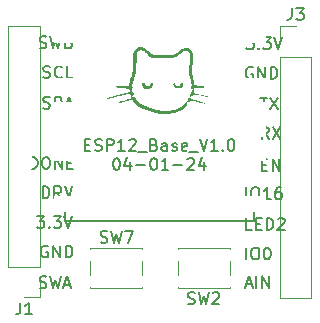
<source format=gto>
G04 #@! TF.GenerationSoftware,KiCad,Pcbnew,7.0.7*
G04 #@! TF.CreationDate,2024-04-01T22:56:26-04:00*
G04 #@! TF.ProjectId,sensor_node,73656e73-6f72-45f6-9e6f-64652e6b6963,rev?*
G04 #@! TF.SameCoordinates,Original*
G04 #@! TF.FileFunction,Legend,Top*
G04 #@! TF.FilePolarity,Positive*
%FSLAX46Y46*%
G04 Gerber Fmt 4.6, Leading zero omitted, Abs format (unit mm)*
G04 Created by KiCad (PCBNEW 7.0.7) date 2024-04-01 22:56:26*
%MOMM*%
%LPD*%
G01*
G04 APERTURE LIST*
%ADD10C,0.150000*%
%ADD11C,0.120000*%
%ADD12C,0.152400*%
%ADD13R,1.700000X1.700000*%
%ADD14O,1.700000X1.700000*%
%ADD15R,1.050000X0.650000*%
%ADD16R,2.500000X1.100000*%
G04 APERTURE END LIST*
D10*
X139029160Y-81347200D02*
X139172017Y-81394819D01*
X139172017Y-81394819D02*
X139410112Y-81394819D01*
X139410112Y-81394819D02*
X139505350Y-81347200D01*
X139505350Y-81347200D02*
X139552969Y-81299580D01*
X139552969Y-81299580D02*
X139600588Y-81204342D01*
X139600588Y-81204342D02*
X139600588Y-81109104D01*
X139600588Y-81109104D02*
X139552969Y-81013866D01*
X139552969Y-81013866D02*
X139505350Y-80966247D01*
X139505350Y-80966247D02*
X139410112Y-80918628D01*
X139410112Y-80918628D02*
X139219636Y-80871009D01*
X139219636Y-80871009D02*
X139124398Y-80823390D01*
X139124398Y-80823390D02*
X139076779Y-80775771D01*
X139076779Y-80775771D02*
X139029160Y-80680533D01*
X139029160Y-80680533D02*
X139029160Y-80585295D01*
X139029160Y-80585295D02*
X139076779Y-80490057D01*
X139076779Y-80490057D02*
X139124398Y-80442438D01*
X139124398Y-80442438D02*
X139219636Y-80394819D01*
X139219636Y-80394819D02*
X139457731Y-80394819D01*
X139457731Y-80394819D02*
X139600588Y-80442438D01*
X139933922Y-80394819D02*
X140172017Y-81394819D01*
X140172017Y-81394819D02*
X140362493Y-80680533D01*
X140362493Y-80680533D02*
X140552969Y-81394819D01*
X140552969Y-81394819D02*
X140791065Y-80394819D01*
X141124398Y-81109104D02*
X141600588Y-81109104D01*
X141029160Y-81394819D02*
X141362493Y-80394819D01*
X141362493Y-80394819D02*
X141695826Y-81394819D01*
X138276779Y-71294819D02*
X138276779Y-70294819D01*
X138276779Y-70294819D02*
X138514874Y-70294819D01*
X138514874Y-70294819D02*
X138657731Y-70342438D01*
X138657731Y-70342438D02*
X138752969Y-70437676D01*
X138752969Y-70437676D02*
X138800588Y-70532914D01*
X138800588Y-70532914D02*
X138848207Y-70723390D01*
X138848207Y-70723390D02*
X138848207Y-70866247D01*
X138848207Y-70866247D02*
X138800588Y-71056723D01*
X138800588Y-71056723D02*
X138752969Y-71151961D01*
X138752969Y-71151961D02*
X138657731Y-71247200D01*
X138657731Y-71247200D02*
X138514874Y-71294819D01*
X138514874Y-71294819D02*
X138276779Y-71294819D01*
X139467255Y-70294819D02*
X139657731Y-70294819D01*
X139657731Y-70294819D02*
X139752969Y-70342438D01*
X139752969Y-70342438D02*
X139848207Y-70437676D01*
X139848207Y-70437676D02*
X139895826Y-70628152D01*
X139895826Y-70628152D02*
X139895826Y-70961485D01*
X139895826Y-70961485D02*
X139848207Y-71151961D01*
X139848207Y-71151961D02*
X139752969Y-71247200D01*
X139752969Y-71247200D02*
X139657731Y-71294819D01*
X139657731Y-71294819D02*
X139467255Y-71294819D01*
X139467255Y-71294819D02*
X139372017Y-71247200D01*
X139372017Y-71247200D02*
X139276779Y-71151961D01*
X139276779Y-71151961D02*
X139229160Y-70961485D01*
X139229160Y-70961485D02*
X139229160Y-70628152D01*
X139229160Y-70628152D02*
X139276779Y-70437676D01*
X139276779Y-70437676D02*
X139372017Y-70342438D01*
X139372017Y-70342438D02*
X139467255Y-70294819D01*
X140324398Y-71294819D02*
X140324398Y-70294819D01*
X140324398Y-70294819D02*
X140895826Y-71294819D01*
X140895826Y-71294819D02*
X140895826Y-70294819D01*
X141372017Y-70771009D02*
X141705350Y-70771009D01*
X141848207Y-71294819D02*
X141372017Y-71294819D01*
X141372017Y-71294819D02*
X141372017Y-70294819D01*
X141372017Y-70294819D02*
X141848207Y-70294819D01*
X139276779Y-73794819D02*
X139276779Y-72794819D01*
X139276779Y-72794819D02*
X139514874Y-72794819D01*
X139514874Y-72794819D02*
X139657731Y-72842438D01*
X139657731Y-72842438D02*
X139752969Y-72937676D01*
X139752969Y-72937676D02*
X139800588Y-73032914D01*
X139800588Y-73032914D02*
X139848207Y-73223390D01*
X139848207Y-73223390D02*
X139848207Y-73366247D01*
X139848207Y-73366247D02*
X139800588Y-73556723D01*
X139800588Y-73556723D02*
X139752969Y-73651961D01*
X139752969Y-73651961D02*
X139657731Y-73747200D01*
X139657731Y-73747200D02*
X139514874Y-73794819D01*
X139514874Y-73794819D02*
X139276779Y-73794819D01*
X140848207Y-73794819D02*
X140514874Y-73318628D01*
X140276779Y-73794819D02*
X140276779Y-72794819D01*
X140276779Y-72794819D02*
X140657731Y-72794819D01*
X140657731Y-72794819D02*
X140752969Y-72842438D01*
X140752969Y-72842438D02*
X140800588Y-72890057D01*
X140800588Y-72890057D02*
X140848207Y-72985295D01*
X140848207Y-72985295D02*
X140848207Y-73128152D01*
X140848207Y-73128152D02*
X140800588Y-73223390D01*
X140800588Y-73223390D02*
X140752969Y-73271009D01*
X140752969Y-73271009D02*
X140657731Y-73318628D01*
X140657731Y-73318628D02*
X140276779Y-73318628D01*
X141133922Y-72794819D02*
X141467255Y-73794819D01*
X141467255Y-73794819D02*
X141800588Y-72794819D01*
X138781541Y-75294819D02*
X139400588Y-75294819D01*
X139400588Y-75294819D02*
X139067255Y-75675771D01*
X139067255Y-75675771D02*
X139210112Y-75675771D01*
X139210112Y-75675771D02*
X139305350Y-75723390D01*
X139305350Y-75723390D02*
X139352969Y-75771009D01*
X139352969Y-75771009D02*
X139400588Y-75866247D01*
X139400588Y-75866247D02*
X139400588Y-76104342D01*
X139400588Y-76104342D02*
X139352969Y-76199580D01*
X139352969Y-76199580D02*
X139305350Y-76247200D01*
X139305350Y-76247200D02*
X139210112Y-76294819D01*
X139210112Y-76294819D02*
X138924398Y-76294819D01*
X138924398Y-76294819D02*
X138829160Y-76247200D01*
X138829160Y-76247200D02*
X138781541Y-76199580D01*
X139829160Y-76199580D02*
X139876779Y-76247200D01*
X139876779Y-76247200D02*
X139829160Y-76294819D01*
X139829160Y-76294819D02*
X139781541Y-76247200D01*
X139781541Y-76247200D02*
X139829160Y-76199580D01*
X139829160Y-76199580D02*
X139829160Y-76294819D01*
X140210112Y-75294819D02*
X140829159Y-75294819D01*
X140829159Y-75294819D02*
X140495826Y-75675771D01*
X140495826Y-75675771D02*
X140638683Y-75675771D01*
X140638683Y-75675771D02*
X140733921Y-75723390D01*
X140733921Y-75723390D02*
X140781540Y-75771009D01*
X140781540Y-75771009D02*
X140829159Y-75866247D01*
X140829159Y-75866247D02*
X140829159Y-76104342D01*
X140829159Y-76104342D02*
X140781540Y-76199580D01*
X140781540Y-76199580D02*
X140733921Y-76247200D01*
X140733921Y-76247200D02*
X140638683Y-76294819D01*
X140638683Y-76294819D02*
X140352969Y-76294819D01*
X140352969Y-76294819D02*
X140257731Y-76247200D01*
X140257731Y-76247200D02*
X140210112Y-76199580D01*
X141114874Y-75294819D02*
X141448207Y-76294819D01*
X141448207Y-76294819D02*
X141781540Y-75294819D01*
X139700588Y-77842438D02*
X139605350Y-77794819D01*
X139605350Y-77794819D02*
X139462493Y-77794819D01*
X139462493Y-77794819D02*
X139319636Y-77842438D01*
X139319636Y-77842438D02*
X139224398Y-77937676D01*
X139224398Y-77937676D02*
X139176779Y-78032914D01*
X139176779Y-78032914D02*
X139129160Y-78223390D01*
X139129160Y-78223390D02*
X139129160Y-78366247D01*
X139129160Y-78366247D02*
X139176779Y-78556723D01*
X139176779Y-78556723D02*
X139224398Y-78651961D01*
X139224398Y-78651961D02*
X139319636Y-78747200D01*
X139319636Y-78747200D02*
X139462493Y-78794819D01*
X139462493Y-78794819D02*
X139557731Y-78794819D01*
X139557731Y-78794819D02*
X139700588Y-78747200D01*
X139700588Y-78747200D02*
X139748207Y-78699580D01*
X139748207Y-78699580D02*
X139748207Y-78366247D01*
X139748207Y-78366247D02*
X139557731Y-78366247D01*
X140176779Y-78794819D02*
X140176779Y-77794819D01*
X140176779Y-77794819D02*
X140748207Y-78794819D01*
X140748207Y-78794819D02*
X140748207Y-77794819D01*
X141224398Y-78794819D02*
X141224398Y-77794819D01*
X141224398Y-77794819D02*
X141462493Y-77794819D01*
X141462493Y-77794819D02*
X141605350Y-77842438D01*
X141605350Y-77842438D02*
X141700588Y-77937676D01*
X141700588Y-77937676D02*
X141748207Y-78032914D01*
X141748207Y-78032914D02*
X141795826Y-78223390D01*
X141795826Y-78223390D02*
X141795826Y-78366247D01*
X141795826Y-78366247D02*
X141748207Y-78556723D01*
X141748207Y-78556723D02*
X141700588Y-78651961D01*
X141700588Y-78651961D02*
X141605350Y-78747200D01*
X141605350Y-78747200D02*
X141462493Y-78794819D01*
X141462493Y-78794819D02*
X141224398Y-78794819D01*
X139329160Y-63547200D02*
X139472017Y-63594819D01*
X139472017Y-63594819D02*
X139710112Y-63594819D01*
X139710112Y-63594819D02*
X139805350Y-63547200D01*
X139805350Y-63547200D02*
X139852969Y-63499580D01*
X139852969Y-63499580D02*
X139900588Y-63404342D01*
X139900588Y-63404342D02*
X139900588Y-63309104D01*
X139900588Y-63309104D02*
X139852969Y-63213866D01*
X139852969Y-63213866D02*
X139805350Y-63166247D01*
X139805350Y-63166247D02*
X139710112Y-63118628D01*
X139710112Y-63118628D02*
X139519636Y-63071009D01*
X139519636Y-63071009D02*
X139424398Y-63023390D01*
X139424398Y-63023390D02*
X139376779Y-62975771D01*
X139376779Y-62975771D02*
X139329160Y-62880533D01*
X139329160Y-62880533D02*
X139329160Y-62785295D01*
X139329160Y-62785295D02*
X139376779Y-62690057D01*
X139376779Y-62690057D02*
X139424398Y-62642438D01*
X139424398Y-62642438D02*
X139519636Y-62594819D01*
X139519636Y-62594819D02*
X139757731Y-62594819D01*
X139757731Y-62594819D02*
X139900588Y-62642438D01*
X140900588Y-63499580D02*
X140852969Y-63547200D01*
X140852969Y-63547200D02*
X140710112Y-63594819D01*
X140710112Y-63594819D02*
X140614874Y-63594819D01*
X140614874Y-63594819D02*
X140472017Y-63547200D01*
X140472017Y-63547200D02*
X140376779Y-63451961D01*
X140376779Y-63451961D02*
X140329160Y-63356723D01*
X140329160Y-63356723D02*
X140281541Y-63166247D01*
X140281541Y-63166247D02*
X140281541Y-63023390D01*
X140281541Y-63023390D02*
X140329160Y-62832914D01*
X140329160Y-62832914D02*
X140376779Y-62737676D01*
X140376779Y-62737676D02*
X140472017Y-62642438D01*
X140472017Y-62642438D02*
X140614874Y-62594819D01*
X140614874Y-62594819D02*
X140710112Y-62594819D01*
X140710112Y-62594819D02*
X140852969Y-62642438D01*
X140852969Y-62642438D02*
X140900588Y-62690057D01*
X141805350Y-63594819D02*
X141329160Y-63594819D01*
X141329160Y-63594819D02*
X141329160Y-62594819D01*
X139329160Y-66147200D02*
X139472017Y-66194819D01*
X139472017Y-66194819D02*
X139710112Y-66194819D01*
X139710112Y-66194819D02*
X139805350Y-66147200D01*
X139805350Y-66147200D02*
X139852969Y-66099580D01*
X139852969Y-66099580D02*
X139900588Y-66004342D01*
X139900588Y-66004342D02*
X139900588Y-65909104D01*
X139900588Y-65909104D02*
X139852969Y-65813866D01*
X139852969Y-65813866D02*
X139805350Y-65766247D01*
X139805350Y-65766247D02*
X139710112Y-65718628D01*
X139710112Y-65718628D02*
X139519636Y-65671009D01*
X139519636Y-65671009D02*
X139424398Y-65623390D01*
X139424398Y-65623390D02*
X139376779Y-65575771D01*
X139376779Y-65575771D02*
X139329160Y-65480533D01*
X139329160Y-65480533D02*
X139329160Y-65385295D01*
X139329160Y-65385295D02*
X139376779Y-65290057D01*
X139376779Y-65290057D02*
X139424398Y-65242438D01*
X139424398Y-65242438D02*
X139519636Y-65194819D01*
X139519636Y-65194819D02*
X139757731Y-65194819D01*
X139757731Y-65194819D02*
X139900588Y-65242438D01*
X140329160Y-66194819D02*
X140329160Y-65194819D01*
X140329160Y-65194819D02*
X140567255Y-65194819D01*
X140567255Y-65194819D02*
X140710112Y-65242438D01*
X140710112Y-65242438D02*
X140805350Y-65337676D01*
X140805350Y-65337676D02*
X140852969Y-65432914D01*
X140852969Y-65432914D02*
X140900588Y-65623390D01*
X140900588Y-65623390D02*
X140900588Y-65766247D01*
X140900588Y-65766247D02*
X140852969Y-65956723D01*
X140852969Y-65956723D02*
X140805350Y-66051961D01*
X140805350Y-66051961D02*
X140710112Y-66147200D01*
X140710112Y-66147200D02*
X140567255Y-66194819D01*
X140567255Y-66194819D02*
X140329160Y-66194819D01*
X141281541Y-65909104D02*
X141757731Y-65909104D01*
X141186303Y-66194819D02*
X141519636Y-65194819D01*
X141519636Y-65194819D02*
X141852969Y-66194819D01*
X139029160Y-61047200D02*
X139172017Y-61094819D01*
X139172017Y-61094819D02*
X139410112Y-61094819D01*
X139410112Y-61094819D02*
X139505350Y-61047200D01*
X139505350Y-61047200D02*
X139552969Y-60999580D01*
X139552969Y-60999580D02*
X139600588Y-60904342D01*
X139600588Y-60904342D02*
X139600588Y-60809104D01*
X139600588Y-60809104D02*
X139552969Y-60713866D01*
X139552969Y-60713866D02*
X139505350Y-60666247D01*
X139505350Y-60666247D02*
X139410112Y-60618628D01*
X139410112Y-60618628D02*
X139219636Y-60571009D01*
X139219636Y-60571009D02*
X139124398Y-60523390D01*
X139124398Y-60523390D02*
X139076779Y-60475771D01*
X139076779Y-60475771D02*
X139029160Y-60380533D01*
X139029160Y-60380533D02*
X139029160Y-60285295D01*
X139029160Y-60285295D02*
X139076779Y-60190057D01*
X139076779Y-60190057D02*
X139124398Y-60142438D01*
X139124398Y-60142438D02*
X139219636Y-60094819D01*
X139219636Y-60094819D02*
X139457731Y-60094819D01*
X139457731Y-60094819D02*
X139600588Y-60142438D01*
X139933922Y-60094819D02*
X140172017Y-61094819D01*
X140172017Y-61094819D02*
X140362493Y-60380533D01*
X140362493Y-60380533D02*
X140552969Y-61094819D01*
X140552969Y-61094819D02*
X140791065Y-60094819D01*
X141505350Y-60571009D02*
X141648207Y-60618628D01*
X141648207Y-60618628D02*
X141695826Y-60666247D01*
X141695826Y-60666247D02*
X141743445Y-60761485D01*
X141743445Y-60761485D02*
X141743445Y-60904342D01*
X141743445Y-60904342D02*
X141695826Y-60999580D01*
X141695826Y-60999580D02*
X141648207Y-61047200D01*
X141648207Y-61047200D02*
X141552969Y-61094819D01*
X141552969Y-61094819D02*
X141172017Y-61094819D01*
X141172017Y-61094819D02*
X141172017Y-60094819D01*
X141172017Y-60094819D02*
X141505350Y-60094819D01*
X141505350Y-60094819D02*
X141600588Y-60142438D01*
X141600588Y-60142438D02*
X141648207Y-60190057D01*
X141648207Y-60190057D02*
X141695826Y-60285295D01*
X141695826Y-60285295D02*
X141695826Y-60380533D01*
X141695826Y-60380533D02*
X141648207Y-60475771D01*
X141648207Y-60475771D02*
X141600588Y-60523390D01*
X141600588Y-60523390D02*
X141505350Y-60571009D01*
X141505350Y-60571009D02*
X141172017Y-60571009D01*
X157693922Y-65269819D02*
X158265350Y-65269819D01*
X157979636Y-66269819D02*
X157979636Y-65269819D01*
X158503446Y-65269819D02*
X159170112Y-66269819D01*
X159170112Y-65269819D02*
X158503446Y-66269819D01*
X158408207Y-68769819D02*
X158074874Y-68293628D01*
X157836779Y-68769819D02*
X157836779Y-67769819D01*
X157836779Y-67769819D02*
X158217731Y-67769819D01*
X158217731Y-67769819D02*
X158312969Y-67817438D01*
X158312969Y-67817438D02*
X158360588Y-67865057D01*
X158360588Y-67865057D02*
X158408207Y-67960295D01*
X158408207Y-67960295D02*
X158408207Y-68103152D01*
X158408207Y-68103152D02*
X158360588Y-68198390D01*
X158360588Y-68198390D02*
X158312969Y-68246009D01*
X158312969Y-68246009D02*
X158217731Y-68293628D01*
X158217731Y-68293628D02*
X157836779Y-68293628D01*
X158741541Y-67769819D02*
X159408207Y-68769819D01*
X159408207Y-67769819D02*
X158741541Y-68769819D01*
X156524873Y-60169819D02*
X157143920Y-60169819D01*
X157143920Y-60169819D02*
X156810587Y-60550771D01*
X156810587Y-60550771D02*
X156953444Y-60550771D01*
X156953444Y-60550771D02*
X157048682Y-60598390D01*
X157048682Y-60598390D02*
X157096301Y-60646009D01*
X157096301Y-60646009D02*
X157143920Y-60741247D01*
X157143920Y-60741247D02*
X157143920Y-60979342D01*
X157143920Y-60979342D02*
X157096301Y-61074580D01*
X157096301Y-61074580D02*
X157048682Y-61122200D01*
X157048682Y-61122200D02*
X156953444Y-61169819D01*
X156953444Y-61169819D02*
X156667730Y-61169819D01*
X156667730Y-61169819D02*
X156572492Y-61122200D01*
X156572492Y-61122200D02*
X156524873Y-61074580D01*
X157572492Y-61074580D02*
X157620111Y-61122200D01*
X157620111Y-61122200D02*
X157572492Y-61169819D01*
X157572492Y-61169819D02*
X157524873Y-61122200D01*
X157524873Y-61122200D02*
X157572492Y-61074580D01*
X157572492Y-61074580D02*
X157572492Y-61169819D01*
X157953444Y-60169819D02*
X158572491Y-60169819D01*
X158572491Y-60169819D02*
X158239158Y-60550771D01*
X158239158Y-60550771D02*
X158382015Y-60550771D01*
X158382015Y-60550771D02*
X158477253Y-60598390D01*
X158477253Y-60598390D02*
X158524872Y-60646009D01*
X158524872Y-60646009D02*
X158572491Y-60741247D01*
X158572491Y-60741247D02*
X158572491Y-60979342D01*
X158572491Y-60979342D02*
X158524872Y-61074580D01*
X158524872Y-61074580D02*
X158477253Y-61122200D01*
X158477253Y-61122200D02*
X158382015Y-61169819D01*
X158382015Y-61169819D02*
X158096301Y-61169819D01*
X158096301Y-61169819D02*
X158001063Y-61122200D01*
X158001063Y-61122200D02*
X157953444Y-61074580D01*
X158858206Y-60169819D02*
X159191539Y-61169819D01*
X159191539Y-61169819D02*
X159524872Y-60169819D01*
X156520111Y-73869819D02*
X156520111Y-72869819D01*
X157186777Y-72869819D02*
X157377253Y-72869819D01*
X157377253Y-72869819D02*
X157472491Y-72917438D01*
X157472491Y-72917438D02*
X157567729Y-73012676D01*
X157567729Y-73012676D02*
X157615348Y-73203152D01*
X157615348Y-73203152D02*
X157615348Y-73536485D01*
X157615348Y-73536485D02*
X157567729Y-73726961D01*
X157567729Y-73726961D02*
X157472491Y-73822200D01*
X157472491Y-73822200D02*
X157377253Y-73869819D01*
X157377253Y-73869819D02*
X157186777Y-73869819D01*
X157186777Y-73869819D02*
X157091539Y-73822200D01*
X157091539Y-73822200D02*
X156996301Y-73726961D01*
X156996301Y-73726961D02*
X156948682Y-73536485D01*
X156948682Y-73536485D02*
X156948682Y-73203152D01*
X156948682Y-73203152D02*
X156996301Y-73012676D01*
X156996301Y-73012676D02*
X157091539Y-72917438D01*
X157091539Y-72917438D02*
X157186777Y-72869819D01*
X158567729Y-73869819D02*
X157996301Y-73869819D01*
X158282015Y-73869819D02*
X158282015Y-72869819D01*
X158282015Y-72869819D02*
X158186777Y-73012676D01*
X158186777Y-73012676D02*
X158091539Y-73107914D01*
X158091539Y-73107914D02*
X157996301Y-73155533D01*
X159424872Y-72869819D02*
X159234396Y-72869819D01*
X159234396Y-72869819D02*
X159139158Y-72917438D01*
X159139158Y-72917438D02*
X159091539Y-72965057D01*
X159091539Y-72965057D02*
X158996301Y-73107914D01*
X158996301Y-73107914D02*
X158948682Y-73298390D01*
X158948682Y-73298390D02*
X158948682Y-73679342D01*
X158948682Y-73679342D02*
X158996301Y-73774580D01*
X158996301Y-73774580D02*
X159043920Y-73822200D01*
X159043920Y-73822200D02*
X159139158Y-73869819D01*
X159139158Y-73869819D02*
X159329634Y-73869819D01*
X159329634Y-73869819D02*
X159424872Y-73822200D01*
X159424872Y-73822200D02*
X159472491Y-73774580D01*
X159472491Y-73774580D02*
X159520110Y-73679342D01*
X159520110Y-73679342D02*
X159520110Y-73441247D01*
X159520110Y-73441247D02*
X159472491Y-73346009D01*
X159472491Y-73346009D02*
X159424872Y-73298390D01*
X159424872Y-73298390D02*
X159329634Y-73250771D01*
X159329634Y-73250771D02*
X159139158Y-73250771D01*
X159139158Y-73250771D02*
X159043920Y-73298390D01*
X159043920Y-73298390D02*
X158996301Y-73346009D01*
X158996301Y-73346009D02*
X158948682Y-73441247D01*
X156520111Y-78969819D02*
X156520111Y-77969819D01*
X157186777Y-77969819D02*
X157377253Y-77969819D01*
X157377253Y-77969819D02*
X157472491Y-78017438D01*
X157472491Y-78017438D02*
X157567729Y-78112676D01*
X157567729Y-78112676D02*
X157615348Y-78303152D01*
X157615348Y-78303152D02*
X157615348Y-78636485D01*
X157615348Y-78636485D02*
X157567729Y-78826961D01*
X157567729Y-78826961D02*
X157472491Y-78922200D01*
X157472491Y-78922200D02*
X157377253Y-78969819D01*
X157377253Y-78969819D02*
X157186777Y-78969819D01*
X157186777Y-78969819D02*
X157091539Y-78922200D01*
X157091539Y-78922200D02*
X156996301Y-78826961D01*
X156996301Y-78826961D02*
X156948682Y-78636485D01*
X156948682Y-78636485D02*
X156948682Y-78303152D01*
X156948682Y-78303152D02*
X156996301Y-78112676D01*
X156996301Y-78112676D02*
X157091539Y-78017438D01*
X157091539Y-78017438D02*
X157186777Y-77969819D01*
X158234396Y-77969819D02*
X158329634Y-77969819D01*
X158329634Y-77969819D02*
X158424872Y-78017438D01*
X158424872Y-78017438D02*
X158472491Y-78065057D01*
X158472491Y-78065057D02*
X158520110Y-78160295D01*
X158520110Y-78160295D02*
X158567729Y-78350771D01*
X158567729Y-78350771D02*
X158567729Y-78588866D01*
X158567729Y-78588866D02*
X158520110Y-78779342D01*
X158520110Y-78779342D02*
X158472491Y-78874580D01*
X158472491Y-78874580D02*
X158424872Y-78922200D01*
X158424872Y-78922200D02*
X158329634Y-78969819D01*
X158329634Y-78969819D02*
X158234396Y-78969819D01*
X158234396Y-78969819D02*
X158139158Y-78922200D01*
X158139158Y-78922200D02*
X158091539Y-78874580D01*
X158091539Y-78874580D02*
X158043920Y-78779342D01*
X158043920Y-78779342D02*
X157996301Y-78588866D01*
X157996301Y-78588866D02*
X157996301Y-78350771D01*
X157996301Y-78350771D02*
X158043920Y-78160295D01*
X158043920Y-78160295D02*
X158091539Y-78065057D01*
X158091539Y-78065057D02*
X158139158Y-78017438D01*
X158139158Y-78017438D02*
X158234396Y-77969819D01*
X157043920Y-62717438D02*
X156948682Y-62669819D01*
X156948682Y-62669819D02*
X156805825Y-62669819D01*
X156805825Y-62669819D02*
X156662968Y-62717438D01*
X156662968Y-62717438D02*
X156567730Y-62812676D01*
X156567730Y-62812676D02*
X156520111Y-62907914D01*
X156520111Y-62907914D02*
X156472492Y-63098390D01*
X156472492Y-63098390D02*
X156472492Y-63241247D01*
X156472492Y-63241247D02*
X156520111Y-63431723D01*
X156520111Y-63431723D02*
X156567730Y-63526961D01*
X156567730Y-63526961D02*
X156662968Y-63622200D01*
X156662968Y-63622200D02*
X156805825Y-63669819D01*
X156805825Y-63669819D02*
X156901063Y-63669819D01*
X156901063Y-63669819D02*
X157043920Y-63622200D01*
X157043920Y-63622200D02*
X157091539Y-63574580D01*
X157091539Y-63574580D02*
X157091539Y-63241247D01*
X157091539Y-63241247D02*
X156901063Y-63241247D01*
X157520111Y-63669819D02*
X157520111Y-62669819D01*
X157520111Y-62669819D02*
X158091539Y-63669819D01*
X158091539Y-63669819D02*
X158091539Y-62669819D01*
X158567730Y-63669819D02*
X158567730Y-62669819D01*
X158567730Y-62669819D02*
X158805825Y-62669819D01*
X158805825Y-62669819D02*
X158948682Y-62717438D01*
X158948682Y-62717438D02*
X159043920Y-62812676D01*
X159043920Y-62812676D02*
X159091539Y-62907914D01*
X159091539Y-62907914D02*
X159139158Y-63098390D01*
X159139158Y-63098390D02*
X159139158Y-63241247D01*
X159139158Y-63241247D02*
X159091539Y-63431723D01*
X159091539Y-63431723D02*
X159043920Y-63526961D01*
X159043920Y-63526961D02*
X158948682Y-63622200D01*
X158948682Y-63622200D02*
X158805825Y-63669819D01*
X158805825Y-63669819D02*
X158567730Y-63669819D01*
X157836779Y-70946009D02*
X158170112Y-70946009D01*
X158312969Y-71469819D02*
X157836779Y-71469819D01*
X157836779Y-71469819D02*
X157836779Y-70469819D01*
X157836779Y-70469819D02*
X158312969Y-70469819D01*
X158741541Y-71469819D02*
X158741541Y-70469819D01*
X158741541Y-70469819D02*
X159312969Y-71469819D01*
X159312969Y-71469819D02*
X159312969Y-70469819D01*
X156472492Y-81084104D02*
X156948682Y-81084104D01*
X156377254Y-81369819D02*
X156710587Y-80369819D01*
X156710587Y-80369819D02*
X157043920Y-81369819D01*
X157377254Y-81369819D02*
X157377254Y-80369819D01*
X157853444Y-81369819D02*
X157853444Y-80369819D01*
X157853444Y-80369819D02*
X158424872Y-81369819D01*
X158424872Y-81369819D02*
X158424872Y-80369819D01*
X156996301Y-76469819D02*
X156520111Y-76469819D01*
X156520111Y-76469819D02*
X156520111Y-75469819D01*
X157329635Y-75946009D02*
X157662968Y-75946009D01*
X157805825Y-76469819D02*
X157329635Y-76469819D01*
X157329635Y-76469819D02*
X157329635Y-75469819D01*
X157329635Y-75469819D02*
X157805825Y-75469819D01*
X158234397Y-76469819D02*
X158234397Y-75469819D01*
X158234397Y-75469819D02*
X158472492Y-75469819D01*
X158472492Y-75469819D02*
X158615349Y-75517438D01*
X158615349Y-75517438D02*
X158710587Y-75612676D01*
X158710587Y-75612676D02*
X158758206Y-75707914D01*
X158758206Y-75707914D02*
X158805825Y-75898390D01*
X158805825Y-75898390D02*
X158805825Y-76041247D01*
X158805825Y-76041247D02*
X158758206Y-76231723D01*
X158758206Y-76231723D02*
X158710587Y-76326961D01*
X158710587Y-76326961D02*
X158615349Y-76422200D01*
X158615349Y-76422200D02*
X158472492Y-76469819D01*
X158472492Y-76469819D02*
X158234397Y-76469819D01*
X159186778Y-75565057D02*
X159234397Y-75517438D01*
X159234397Y-75517438D02*
X159329635Y-75469819D01*
X159329635Y-75469819D02*
X159567730Y-75469819D01*
X159567730Y-75469819D02*
X159662968Y-75517438D01*
X159662968Y-75517438D02*
X159710587Y-75565057D01*
X159710587Y-75565057D02*
X159758206Y-75660295D01*
X159758206Y-75660295D02*
X159758206Y-75755533D01*
X159758206Y-75755533D02*
X159710587Y-75898390D01*
X159710587Y-75898390D02*
X159139159Y-76469819D01*
X159139159Y-76469819D02*
X159758206Y-76469819D01*
X142846934Y-69253105D02*
X143180267Y-69253105D01*
X143323124Y-69776915D02*
X142846934Y-69776915D01*
X142846934Y-69776915D02*
X142846934Y-68776915D01*
X142846934Y-68776915D02*
X143323124Y-68776915D01*
X143704077Y-69729296D02*
X143846934Y-69776915D01*
X143846934Y-69776915D02*
X144085029Y-69776915D01*
X144085029Y-69776915D02*
X144180267Y-69729296D01*
X144180267Y-69729296D02*
X144227886Y-69681676D01*
X144227886Y-69681676D02*
X144275505Y-69586438D01*
X144275505Y-69586438D02*
X144275505Y-69491200D01*
X144275505Y-69491200D02*
X144227886Y-69395962D01*
X144227886Y-69395962D02*
X144180267Y-69348343D01*
X144180267Y-69348343D02*
X144085029Y-69300724D01*
X144085029Y-69300724D02*
X143894553Y-69253105D01*
X143894553Y-69253105D02*
X143799315Y-69205486D01*
X143799315Y-69205486D02*
X143751696Y-69157867D01*
X143751696Y-69157867D02*
X143704077Y-69062629D01*
X143704077Y-69062629D02*
X143704077Y-68967391D01*
X143704077Y-68967391D02*
X143751696Y-68872153D01*
X143751696Y-68872153D02*
X143799315Y-68824534D01*
X143799315Y-68824534D02*
X143894553Y-68776915D01*
X143894553Y-68776915D02*
X144132648Y-68776915D01*
X144132648Y-68776915D02*
X144275505Y-68824534D01*
X144704077Y-69776915D02*
X144704077Y-68776915D01*
X144704077Y-68776915D02*
X145085029Y-68776915D01*
X145085029Y-68776915D02*
X145180267Y-68824534D01*
X145180267Y-68824534D02*
X145227886Y-68872153D01*
X145227886Y-68872153D02*
X145275505Y-68967391D01*
X145275505Y-68967391D02*
X145275505Y-69110248D01*
X145275505Y-69110248D02*
X145227886Y-69205486D01*
X145227886Y-69205486D02*
X145180267Y-69253105D01*
X145180267Y-69253105D02*
X145085029Y-69300724D01*
X145085029Y-69300724D02*
X144704077Y-69300724D01*
X146227886Y-69776915D02*
X145656458Y-69776915D01*
X145942172Y-69776915D02*
X145942172Y-68776915D01*
X145942172Y-68776915D02*
X145846934Y-68919772D01*
X145846934Y-68919772D02*
X145751696Y-69015010D01*
X145751696Y-69015010D02*
X145656458Y-69062629D01*
X146608839Y-68872153D02*
X146656458Y-68824534D01*
X146656458Y-68824534D02*
X146751696Y-68776915D01*
X146751696Y-68776915D02*
X146989791Y-68776915D01*
X146989791Y-68776915D02*
X147085029Y-68824534D01*
X147085029Y-68824534D02*
X147132648Y-68872153D01*
X147132648Y-68872153D02*
X147180267Y-68967391D01*
X147180267Y-68967391D02*
X147180267Y-69062629D01*
X147180267Y-69062629D02*
X147132648Y-69205486D01*
X147132648Y-69205486D02*
X146561220Y-69776915D01*
X146561220Y-69776915D02*
X147180267Y-69776915D01*
X147370744Y-69872153D02*
X148132648Y-69872153D01*
X148704077Y-69253105D02*
X148846934Y-69300724D01*
X148846934Y-69300724D02*
X148894553Y-69348343D01*
X148894553Y-69348343D02*
X148942172Y-69443581D01*
X148942172Y-69443581D02*
X148942172Y-69586438D01*
X148942172Y-69586438D02*
X148894553Y-69681676D01*
X148894553Y-69681676D02*
X148846934Y-69729296D01*
X148846934Y-69729296D02*
X148751696Y-69776915D01*
X148751696Y-69776915D02*
X148370744Y-69776915D01*
X148370744Y-69776915D02*
X148370744Y-68776915D01*
X148370744Y-68776915D02*
X148704077Y-68776915D01*
X148704077Y-68776915D02*
X148799315Y-68824534D01*
X148799315Y-68824534D02*
X148846934Y-68872153D01*
X148846934Y-68872153D02*
X148894553Y-68967391D01*
X148894553Y-68967391D02*
X148894553Y-69062629D01*
X148894553Y-69062629D02*
X148846934Y-69157867D01*
X148846934Y-69157867D02*
X148799315Y-69205486D01*
X148799315Y-69205486D02*
X148704077Y-69253105D01*
X148704077Y-69253105D02*
X148370744Y-69253105D01*
X149799315Y-69776915D02*
X149799315Y-69253105D01*
X149799315Y-69253105D02*
X149751696Y-69157867D01*
X149751696Y-69157867D02*
X149656458Y-69110248D01*
X149656458Y-69110248D02*
X149465982Y-69110248D01*
X149465982Y-69110248D02*
X149370744Y-69157867D01*
X149799315Y-69729296D02*
X149704077Y-69776915D01*
X149704077Y-69776915D02*
X149465982Y-69776915D01*
X149465982Y-69776915D02*
X149370744Y-69729296D01*
X149370744Y-69729296D02*
X149323125Y-69634057D01*
X149323125Y-69634057D02*
X149323125Y-69538819D01*
X149323125Y-69538819D02*
X149370744Y-69443581D01*
X149370744Y-69443581D02*
X149465982Y-69395962D01*
X149465982Y-69395962D02*
X149704077Y-69395962D01*
X149704077Y-69395962D02*
X149799315Y-69348343D01*
X150227887Y-69729296D02*
X150323125Y-69776915D01*
X150323125Y-69776915D02*
X150513601Y-69776915D01*
X150513601Y-69776915D02*
X150608839Y-69729296D01*
X150608839Y-69729296D02*
X150656458Y-69634057D01*
X150656458Y-69634057D02*
X150656458Y-69586438D01*
X150656458Y-69586438D02*
X150608839Y-69491200D01*
X150608839Y-69491200D02*
X150513601Y-69443581D01*
X150513601Y-69443581D02*
X150370744Y-69443581D01*
X150370744Y-69443581D02*
X150275506Y-69395962D01*
X150275506Y-69395962D02*
X150227887Y-69300724D01*
X150227887Y-69300724D02*
X150227887Y-69253105D01*
X150227887Y-69253105D02*
X150275506Y-69157867D01*
X150275506Y-69157867D02*
X150370744Y-69110248D01*
X150370744Y-69110248D02*
X150513601Y-69110248D01*
X150513601Y-69110248D02*
X150608839Y-69157867D01*
X151465982Y-69729296D02*
X151370744Y-69776915D01*
X151370744Y-69776915D02*
X151180268Y-69776915D01*
X151180268Y-69776915D02*
X151085030Y-69729296D01*
X151085030Y-69729296D02*
X151037411Y-69634057D01*
X151037411Y-69634057D02*
X151037411Y-69253105D01*
X151037411Y-69253105D02*
X151085030Y-69157867D01*
X151085030Y-69157867D02*
X151180268Y-69110248D01*
X151180268Y-69110248D02*
X151370744Y-69110248D01*
X151370744Y-69110248D02*
X151465982Y-69157867D01*
X151465982Y-69157867D02*
X151513601Y-69253105D01*
X151513601Y-69253105D02*
X151513601Y-69348343D01*
X151513601Y-69348343D02*
X151037411Y-69443581D01*
X151704078Y-69872153D02*
X152465982Y-69872153D01*
X152561221Y-68776915D02*
X152894554Y-69776915D01*
X152894554Y-69776915D02*
X153227887Y-68776915D01*
X154085030Y-69776915D02*
X153513602Y-69776915D01*
X153799316Y-69776915D02*
X153799316Y-68776915D01*
X153799316Y-68776915D02*
X153704078Y-68919772D01*
X153704078Y-68919772D02*
X153608840Y-69015010D01*
X153608840Y-69015010D02*
X153513602Y-69062629D01*
X154513602Y-69681676D02*
X154561221Y-69729296D01*
X154561221Y-69729296D02*
X154513602Y-69776915D01*
X154513602Y-69776915D02*
X154465983Y-69729296D01*
X154465983Y-69729296D02*
X154513602Y-69681676D01*
X154513602Y-69681676D02*
X154513602Y-69776915D01*
X155180268Y-68776915D02*
X155275506Y-68776915D01*
X155275506Y-68776915D02*
X155370744Y-68824534D01*
X155370744Y-68824534D02*
X155418363Y-68872153D01*
X155418363Y-68872153D02*
X155465982Y-68967391D01*
X155465982Y-68967391D02*
X155513601Y-69157867D01*
X155513601Y-69157867D02*
X155513601Y-69395962D01*
X155513601Y-69395962D02*
X155465982Y-69586438D01*
X155465982Y-69586438D02*
X155418363Y-69681676D01*
X155418363Y-69681676D02*
X155370744Y-69729296D01*
X155370744Y-69729296D02*
X155275506Y-69776915D01*
X155275506Y-69776915D02*
X155180268Y-69776915D01*
X155180268Y-69776915D02*
X155085030Y-69729296D01*
X155085030Y-69729296D02*
X155037411Y-69681676D01*
X155037411Y-69681676D02*
X154989792Y-69586438D01*
X154989792Y-69586438D02*
X154942173Y-69395962D01*
X154942173Y-69395962D02*
X154942173Y-69157867D01*
X154942173Y-69157867D02*
X154989792Y-68967391D01*
X154989792Y-68967391D02*
X155037411Y-68872153D01*
X155037411Y-68872153D02*
X155085030Y-68824534D01*
X155085030Y-68824534D02*
X155180268Y-68776915D01*
X145489791Y-70386915D02*
X145585029Y-70386915D01*
X145585029Y-70386915D02*
X145680267Y-70434534D01*
X145680267Y-70434534D02*
X145727886Y-70482153D01*
X145727886Y-70482153D02*
X145775505Y-70577391D01*
X145775505Y-70577391D02*
X145823124Y-70767867D01*
X145823124Y-70767867D02*
X145823124Y-71005962D01*
X145823124Y-71005962D02*
X145775505Y-71196438D01*
X145775505Y-71196438D02*
X145727886Y-71291676D01*
X145727886Y-71291676D02*
X145680267Y-71339296D01*
X145680267Y-71339296D02*
X145585029Y-71386915D01*
X145585029Y-71386915D02*
X145489791Y-71386915D01*
X145489791Y-71386915D02*
X145394553Y-71339296D01*
X145394553Y-71339296D02*
X145346934Y-71291676D01*
X145346934Y-71291676D02*
X145299315Y-71196438D01*
X145299315Y-71196438D02*
X145251696Y-71005962D01*
X145251696Y-71005962D02*
X145251696Y-70767867D01*
X145251696Y-70767867D02*
X145299315Y-70577391D01*
X145299315Y-70577391D02*
X145346934Y-70482153D01*
X145346934Y-70482153D02*
X145394553Y-70434534D01*
X145394553Y-70434534D02*
X145489791Y-70386915D01*
X146680267Y-70720248D02*
X146680267Y-71386915D01*
X146442172Y-70339296D02*
X146204077Y-71053581D01*
X146204077Y-71053581D02*
X146823124Y-71053581D01*
X147204077Y-71005962D02*
X147965982Y-71005962D01*
X148632648Y-70386915D02*
X148727886Y-70386915D01*
X148727886Y-70386915D02*
X148823124Y-70434534D01*
X148823124Y-70434534D02*
X148870743Y-70482153D01*
X148870743Y-70482153D02*
X148918362Y-70577391D01*
X148918362Y-70577391D02*
X148965981Y-70767867D01*
X148965981Y-70767867D02*
X148965981Y-71005962D01*
X148965981Y-71005962D02*
X148918362Y-71196438D01*
X148918362Y-71196438D02*
X148870743Y-71291676D01*
X148870743Y-71291676D02*
X148823124Y-71339296D01*
X148823124Y-71339296D02*
X148727886Y-71386915D01*
X148727886Y-71386915D02*
X148632648Y-71386915D01*
X148632648Y-71386915D02*
X148537410Y-71339296D01*
X148537410Y-71339296D02*
X148489791Y-71291676D01*
X148489791Y-71291676D02*
X148442172Y-71196438D01*
X148442172Y-71196438D02*
X148394553Y-71005962D01*
X148394553Y-71005962D02*
X148394553Y-70767867D01*
X148394553Y-70767867D02*
X148442172Y-70577391D01*
X148442172Y-70577391D02*
X148489791Y-70482153D01*
X148489791Y-70482153D02*
X148537410Y-70434534D01*
X148537410Y-70434534D02*
X148632648Y-70386915D01*
X149918362Y-71386915D02*
X149346934Y-71386915D01*
X149632648Y-71386915D02*
X149632648Y-70386915D01*
X149632648Y-70386915D02*
X149537410Y-70529772D01*
X149537410Y-70529772D02*
X149442172Y-70625010D01*
X149442172Y-70625010D02*
X149346934Y-70672629D01*
X150346934Y-71005962D02*
X151108839Y-71005962D01*
X151537410Y-70482153D02*
X151585029Y-70434534D01*
X151585029Y-70434534D02*
X151680267Y-70386915D01*
X151680267Y-70386915D02*
X151918362Y-70386915D01*
X151918362Y-70386915D02*
X152013600Y-70434534D01*
X152013600Y-70434534D02*
X152061219Y-70482153D01*
X152061219Y-70482153D02*
X152108838Y-70577391D01*
X152108838Y-70577391D02*
X152108838Y-70672629D01*
X152108838Y-70672629D02*
X152061219Y-70815486D01*
X152061219Y-70815486D02*
X151489791Y-71386915D01*
X151489791Y-71386915D02*
X152108838Y-71386915D01*
X152965981Y-70720248D02*
X152965981Y-71386915D01*
X152727886Y-70339296D02*
X152489791Y-71053581D01*
X152489791Y-71053581D02*
X153108838Y-71053581D01*
X137366666Y-82624819D02*
X137366666Y-83339104D01*
X137366666Y-83339104D02*
X137319047Y-83481961D01*
X137319047Y-83481961D02*
X137223809Y-83577200D01*
X137223809Y-83577200D02*
X137080952Y-83624819D01*
X137080952Y-83624819D02*
X136985714Y-83624819D01*
X138366666Y-83624819D02*
X137795238Y-83624819D01*
X138080952Y-83624819D02*
X138080952Y-82624819D01*
X138080952Y-82624819D02*
X137985714Y-82767676D01*
X137985714Y-82767676D02*
X137890476Y-82862914D01*
X137890476Y-82862914D02*
X137795238Y-82910533D01*
X144191667Y-77507200D02*
X144334524Y-77554819D01*
X144334524Y-77554819D02*
X144572619Y-77554819D01*
X144572619Y-77554819D02*
X144667857Y-77507200D01*
X144667857Y-77507200D02*
X144715476Y-77459580D01*
X144715476Y-77459580D02*
X144763095Y-77364342D01*
X144763095Y-77364342D02*
X144763095Y-77269104D01*
X144763095Y-77269104D02*
X144715476Y-77173866D01*
X144715476Y-77173866D02*
X144667857Y-77126247D01*
X144667857Y-77126247D02*
X144572619Y-77078628D01*
X144572619Y-77078628D02*
X144382143Y-77031009D01*
X144382143Y-77031009D02*
X144286905Y-76983390D01*
X144286905Y-76983390D02*
X144239286Y-76935771D01*
X144239286Y-76935771D02*
X144191667Y-76840533D01*
X144191667Y-76840533D02*
X144191667Y-76745295D01*
X144191667Y-76745295D02*
X144239286Y-76650057D01*
X144239286Y-76650057D02*
X144286905Y-76602438D01*
X144286905Y-76602438D02*
X144382143Y-76554819D01*
X144382143Y-76554819D02*
X144620238Y-76554819D01*
X144620238Y-76554819D02*
X144763095Y-76602438D01*
X145096429Y-76554819D02*
X145334524Y-77554819D01*
X145334524Y-77554819D02*
X145525000Y-76840533D01*
X145525000Y-76840533D02*
X145715476Y-77554819D01*
X145715476Y-77554819D02*
X145953572Y-76554819D01*
X146239286Y-76554819D02*
X146905952Y-76554819D01*
X146905952Y-76554819D02*
X146477381Y-77554819D01*
X160366666Y-57684819D02*
X160366666Y-58399104D01*
X160366666Y-58399104D02*
X160319047Y-58541961D01*
X160319047Y-58541961D02*
X160223809Y-58637200D01*
X160223809Y-58637200D02*
X160080952Y-58684819D01*
X160080952Y-58684819D02*
X159985714Y-58684819D01*
X160747619Y-57684819D02*
X161366666Y-57684819D01*
X161366666Y-57684819D02*
X161033333Y-58065771D01*
X161033333Y-58065771D02*
X161176190Y-58065771D01*
X161176190Y-58065771D02*
X161271428Y-58113390D01*
X161271428Y-58113390D02*
X161319047Y-58161009D01*
X161319047Y-58161009D02*
X161366666Y-58256247D01*
X161366666Y-58256247D02*
X161366666Y-58494342D01*
X161366666Y-58494342D02*
X161319047Y-58589580D01*
X161319047Y-58589580D02*
X161271428Y-58637200D01*
X161271428Y-58637200D02*
X161176190Y-58684819D01*
X161176190Y-58684819D02*
X160890476Y-58684819D01*
X160890476Y-58684819D02*
X160795238Y-58637200D01*
X160795238Y-58637200D02*
X160747619Y-58589580D01*
X151566667Y-82707200D02*
X151709524Y-82754819D01*
X151709524Y-82754819D02*
X151947619Y-82754819D01*
X151947619Y-82754819D02*
X152042857Y-82707200D01*
X152042857Y-82707200D02*
X152090476Y-82659580D01*
X152090476Y-82659580D02*
X152138095Y-82564342D01*
X152138095Y-82564342D02*
X152138095Y-82469104D01*
X152138095Y-82469104D02*
X152090476Y-82373866D01*
X152090476Y-82373866D02*
X152042857Y-82326247D01*
X152042857Y-82326247D02*
X151947619Y-82278628D01*
X151947619Y-82278628D02*
X151757143Y-82231009D01*
X151757143Y-82231009D02*
X151661905Y-82183390D01*
X151661905Y-82183390D02*
X151614286Y-82135771D01*
X151614286Y-82135771D02*
X151566667Y-82040533D01*
X151566667Y-82040533D02*
X151566667Y-81945295D01*
X151566667Y-81945295D02*
X151614286Y-81850057D01*
X151614286Y-81850057D02*
X151661905Y-81802438D01*
X151661905Y-81802438D02*
X151757143Y-81754819D01*
X151757143Y-81754819D02*
X151995238Y-81754819D01*
X151995238Y-81754819D02*
X152138095Y-81802438D01*
X152471429Y-81754819D02*
X152709524Y-82754819D01*
X152709524Y-82754819D02*
X152900000Y-82040533D01*
X152900000Y-82040533D02*
X153090476Y-82754819D01*
X153090476Y-82754819D02*
X153328572Y-81754819D01*
X153661905Y-81850057D02*
X153709524Y-81802438D01*
X153709524Y-81802438D02*
X153804762Y-81754819D01*
X153804762Y-81754819D02*
X154042857Y-81754819D01*
X154042857Y-81754819D02*
X154138095Y-81802438D01*
X154138095Y-81802438D02*
X154185714Y-81850057D01*
X154185714Y-81850057D02*
X154233333Y-81945295D01*
X154233333Y-81945295D02*
X154233333Y-82040533D01*
X154233333Y-82040533D02*
X154185714Y-82183390D01*
X154185714Y-82183390D02*
X153614286Y-82754819D01*
X153614286Y-82754819D02*
X154233333Y-82754819D01*
D11*
X139030000Y-82170000D02*
X137700000Y-82170000D01*
X139030000Y-80840000D02*
X139030000Y-82170000D01*
X139030000Y-79570000D02*
X139030000Y-59190000D01*
X139030000Y-79570000D02*
X136370000Y-79570000D01*
X139030000Y-59190000D02*
X136370000Y-59190000D01*
X136370000Y-79570000D02*
X136370000Y-59190000D01*
X143325000Y-78000000D02*
X143325000Y-78120000D01*
X143325000Y-79130000D02*
X143325000Y-80270000D01*
X143325000Y-81280000D02*
X143325000Y-81400000D01*
X143325000Y-81400000D02*
X147725000Y-81400000D01*
X147725000Y-78000000D02*
X143325000Y-78000000D01*
X147725000Y-78120000D02*
X147725000Y-78000000D01*
X147725000Y-80270000D02*
X147725000Y-79130000D01*
X147725000Y-81400000D02*
X147725000Y-81280000D01*
X159370000Y-59230000D02*
X160700000Y-59230000D01*
X159370000Y-60560000D02*
X159370000Y-59230000D01*
X159370000Y-61830000D02*
X159370000Y-82210000D01*
X159370000Y-61830000D02*
X162030000Y-61830000D01*
X159370000Y-82210000D02*
X162030000Y-82210000D01*
X162030000Y-61830000D02*
X162030000Y-82210000D01*
X155100000Y-81400000D02*
X155100000Y-81280000D01*
X155100000Y-80270000D02*
X155100000Y-79130000D01*
X155100000Y-78120000D02*
X155100000Y-78000000D01*
X155100000Y-78000000D02*
X150700000Y-78000000D01*
X150700000Y-81400000D02*
X155100000Y-81400000D01*
X150700000Y-81280000D02*
X150700000Y-81400000D01*
X150700000Y-79130000D02*
X150700000Y-80270000D01*
X150700000Y-78000000D02*
X150700000Y-78120000D01*
D12*
X141184000Y-74971500D02*
X141184000Y-75733500D01*
X141184000Y-75733500D02*
X157186000Y-75733500D01*
X157186000Y-75733500D02*
X157186000Y-74971500D01*
G36*
X150480427Y-63988330D02*
G01*
X150499885Y-64015419D01*
X150515426Y-64069745D01*
X150519786Y-64091462D01*
X150543038Y-64174881D01*
X150578369Y-64231823D01*
X150629800Y-64265820D01*
X150701356Y-64280402D01*
X150736394Y-64281590D01*
X150811172Y-64275525D01*
X150872726Y-64258872D01*
X150913836Y-64233946D01*
X150923198Y-64221699D01*
X150933389Y-64191747D01*
X150943773Y-64144643D01*
X150948074Y-64118471D01*
X150964604Y-64049580D01*
X150992010Y-64007312D01*
X151033058Y-63988293D01*
X151056453Y-63986422D01*
X151108289Y-63996439D01*
X151142483Y-64028038D01*
X151160594Y-64083540D01*
X151164548Y-64147288D01*
X151150664Y-64250212D01*
X151111111Y-64336246D01*
X151046762Y-64404648D01*
X150958490Y-64454679D01*
X150847170Y-64485599D01*
X150753517Y-64495598D01*
X150686214Y-64497889D01*
X150638985Y-64495659D01*
X150600942Y-64486980D01*
X150561196Y-64469925D01*
X150536290Y-64457132D01*
X150450718Y-64397125D01*
X150389267Y-64321319D01*
X150354551Y-64233222D01*
X150350008Y-64207074D01*
X150346995Y-64123076D01*
X150363435Y-64060296D01*
X150400617Y-64014742D01*
X150415685Y-64004044D01*
X150453533Y-63985523D01*
X150480427Y-63988330D01*
G37*
G36*
X148547576Y-64015965D02*
G01*
X148582268Y-64053207D01*
X148601632Y-64106509D01*
X148602206Y-64162618D01*
X148574387Y-64256374D01*
X148522459Y-64348367D01*
X148452642Y-64430090D01*
X148371156Y-64493035D01*
X148353333Y-64502972D01*
X148278740Y-64528536D01*
X148177449Y-64541165D01*
X148174679Y-64541312D01*
X148107554Y-64542962D01*
X148058254Y-64538199D01*
X148013827Y-64524896D01*
X147977834Y-64508952D01*
X147887106Y-64452517D01*
X147810565Y-64379268D01*
X147752549Y-64295178D01*
X147717391Y-64206221D01*
X147708624Y-64137996D01*
X147712234Y-64088377D01*
X147726481Y-64056331D01*
X147749557Y-64034155D01*
X147802749Y-64007564D01*
X147857598Y-64005161D01*
X147904341Y-64027110D01*
X147909027Y-64031473D01*
X147929678Y-64062605D01*
X147951450Y-64111347D01*
X147964008Y-64148585D01*
X147984906Y-64206673D01*
X148010140Y-64243957D01*
X148039354Y-64266595D01*
X148105454Y-64290990D01*
X148182527Y-64295460D01*
X148257629Y-64279912D01*
X148283667Y-64268360D01*
X148332625Y-64232488D01*
X148374383Y-64184680D01*
X148401472Y-64134826D01*
X148407706Y-64104095D01*
X148420585Y-64053579D01*
X148454070Y-64016750D01*
X148500437Y-64001972D01*
X148502027Y-64001957D01*
X148547576Y-64015965D01*
G37*
G36*
X147679245Y-61002876D02*
G01*
X147764168Y-61020616D01*
X147846283Y-61048208D01*
X147929283Y-61087966D01*
X148016863Y-61142204D01*
X148112717Y-61213237D01*
X148220539Y-61303377D01*
X148344024Y-61414940D01*
X148358315Y-61428239D01*
X148424801Y-61488341D01*
X148489107Y-61543050D01*
X148545364Y-61587608D01*
X148587704Y-61617259D01*
X148599980Y-61624149D01*
X148635152Y-61639044D01*
X148675742Y-61651519D01*
X148724520Y-61661745D01*
X148784254Y-61669891D01*
X148857713Y-61676126D01*
X148947665Y-61680621D01*
X149056878Y-61683544D01*
X149188122Y-61685065D01*
X149344164Y-61685355D01*
X149527774Y-61684581D01*
X149580612Y-61684226D01*
X150248624Y-61679449D01*
X150339922Y-61636685D01*
X150396779Y-61607403D01*
X150460540Y-61569054D01*
X150534885Y-61519112D01*
X150623495Y-61455054D01*
X150730051Y-61374353D01*
X150789994Y-61327919D01*
X150919192Y-61233566D01*
X151036252Y-61162597D01*
X151146608Y-61112771D01*
X151255693Y-61081846D01*
X151368938Y-61067581D01*
X151424830Y-61065995D01*
X151546984Y-61075748D01*
X151652239Y-61107371D01*
X151748326Y-61163788D01*
X151803073Y-61209181D01*
X151885210Y-61298893D01*
X151942191Y-61397719D01*
X151978959Y-61514407D01*
X151981034Y-61524098D01*
X151989368Y-61585087D01*
X151995061Y-61671447D01*
X151998159Y-61777595D01*
X151998708Y-61897949D01*
X151996755Y-62026926D01*
X151992347Y-62158942D01*
X151985528Y-62288415D01*
X151976346Y-62409762D01*
X151973442Y-62440673D01*
X151956124Y-62628897D01*
X151944218Y-62791815D01*
X151937929Y-62934747D01*
X151937461Y-63063019D01*
X151943018Y-63181952D01*
X151954806Y-63296870D01*
X151973028Y-63413096D01*
X151997889Y-63535953D01*
X152019039Y-63627448D01*
X152040603Y-63723660D01*
X152060845Y-63825515D01*
X152077638Y-63921573D01*
X152088859Y-64000392D01*
X152089720Y-64008059D01*
X152099149Y-64094411D01*
X152108381Y-64154912D01*
X152121555Y-64194477D01*
X152142808Y-64218020D01*
X152176278Y-64230458D01*
X152226102Y-64236706D01*
X152285750Y-64240914D01*
X152399601Y-64250619D01*
X152533681Y-64264816D01*
X152677680Y-64282281D01*
X152821287Y-64301791D01*
X152909021Y-64314908D01*
X152968669Y-64325552D01*
X153003309Y-64335999D01*
X153018891Y-64348676D01*
X153021651Y-64360851D01*
X153009186Y-64390445D01*
X152991375Y-64405446D01*
X152967184Y-64411043D01*
X152917086Y-64417333D01*
X152846224Y-64423857D01*
X152759739Y-64430156D01*
X152662773Y-64435772D01*
X152637950Y-64436994D01*
X152504515Y-64443423D01*
X152398446Y-64449010D01*
X152316069Y-64454339D01*
X152253714Y-64459992D01*
X152207707Y-64466554D01*
X152174376Y-64474607D01*
X152150049Y-64484735D01*
X152131054Y-64497519D01*
X152113718Y-64513545D01*
X152105961Y-64521472D01*
X152076435Y-64557357D01*
X152069474Y-64579743D01*
X152072656Y-64583691D01*
X152084227Y-64606511D01*
X152088902Y-64649739D01*
X152086973Y-64703556D01*
X152078731Y-64758143D01*
X152066239Y-64799622D01*
X152051310Y-64837155D01*
X152043344Y-64860697D01*
X152042936Y-64863113D01*
X152048854Y-64872537D01*
X152068518Y-64882947D01*
X152104793Y-64895104D01*
X152160543Y-64909773D01*
X152238634Y-64927713D01*
X152341929Y-64949688D01*
X152455707Y-64972919D01*
X152632850Y-65009312D01*
X152794753Y-65043928D01*
X152938996Y-65076190D01*
X153063159Y-65105519D01*
X153164822Y-65131339D01*
X153241565Y-65153070D01*
X153290969Y-65170135D01*
X153301189Y-65174813D01*
X153333838Y-65198889D01*
X153347061Y-65223189D01*
X153338960Y-65240562D01*
X153319745Y-65244770D01*
X153291595Y-65240997D01*
X153243245Y-65231036D01*
X153184457Y-65216927D01*
X153176045Y-65214761D01*
X153086536Y-65192488D01*
X152978458Y-65167136D01*
X152858241Y-65140068D01*
X152732312Y-65112650D01*
X152607100Y-65086246D01*
X152489032Y-65062221D01*
X152384537Y-65041939D01*
X152300042Y-65026765D01*
X152262306Y-65020780D01*
X152191440Y-65010557D01*
X152140237Y-65005607D01*
X152100255Y-65007972D01*
X152063056Y-65019692D01*
X152020199Y-65042806D01*
X151963242Y-65079354D01*
X151930306Y-65101028D01*
X151877771Y-65136679D01*
X151846429Y-65162550D01*
X151830894Y-65184952D01*
X151825780Y-65210196D01*
X151825443Y-65223893D01*
X151827835Y-65261219D01*
X151836860Y-65293647D01*
X151855295Y-65322701D01*
X151885917Y-65349908D01*
X151931500Y-65376794D01*
X151994823Y-65404884D01*
X152078660Y-65435705D01*
X152185788Y-65470783D01*
X152318983Y-65511644D01*
X152384709Y-65531296D01*
X152494501Y-65564111D01*
X152598041Y-65595340D01*
X152690496Y-65623503D01*
X152767034Y-65647122D01*
X152822822Y-65664715D01*
X152850765Y-65673986D01*
X152897184Y-65693254D01*
X152945916Y-65717763D01*
X152989761Y-65743249D01*
X153021520Y-65765448D01*
X153033992Y-65780096D01*
X153033261Y-65782070D01*
X153017071Y-65780079D01*
X152975074Y-65771028D01*
X152911455Y-65755980D01*
X152830398Y-65735999D01*
X152736087Y-65712146D01*
X152632705Y-65685485D01*
X152524436Y-65657078D01*
X152415464Y-65627989D01*
X152309973Y-65599279D01*
X152268196Y-65587725D01*
X152133871Y-65551272D01*
X152027385Y-65524426D01*
X151947138Y-65506856D01*
X151891531Y-65498231D01*
X151858965Y-65498219D01*
X151850884Y-65501293D01*
X151826958Y-65519166D01*
X151788848Y-65547853D01*
X151764440Y-65566292D01*
X151717461Y-65597214D01*
X151683163Y-65607452D01*
X151665027Y-65604709D01*
X151617059Y-65596213D01*
X151566887Y-65597955D01*
X151532591Y-65608416D01*
X151522797Y-65629782D01*
X151516430Y-65675878D01*
X151514399Y-65731161D01*
X151508591Y-65819663D01*
X151489034Y-65892673D01*
X151451623Y-65959046D01*
X151392250Y-66027638D01*
X151364170Y-66055091D01*
X151214968Y-66178305D01*
X151040009Y-66290893D01*
X150843300Y-66391137D01*
X150628849Y-66477322D01*
X150400662Y-66547731D01*
X150162748Y-66600650D01*
X150046620Y-66619285D01*
X149934159Y-66630875D01*
X149799890Y-66637969D01*
X149652745Y-66640562D01*
X149501661Y-66638653D01*
X149355571Y-66632237D01*
X149223410Y-66621312D01*
X149207768Y-66619567D01*
X148851952Y-66563110D01*
X148497326Y-66476383D01*
X148146439Y-66360158D01*
X147801839Y-66215205D01*
X147685745Y-66159107D01*
X147468856Y-66040690D01*
X147280201Y-65916399D01*
X147120482Y-65786787D01*
X146990400Y-65652404D01*
X146917139Y-65555474D01*
X146884535Y-65507054D01*
X146859058Y-65469533D01*
X146845266Y-65449616D01*
X146844235Y-65448240D01*
X146830136Y-65447768D01*
X146793031Y-65453865D01*
X146731668Y-65466818D01*
X146644796Y-65486910D01*
X146531166Y-65514427D01*
X146389525Y-65549655D01*
X146294924Y-65573510D01*
X146126017Y-65616955D01*
X145986410Y-65654378D01*
X145874991Y-65686111D01*
X145790646Y-65712486D01*
X145732261Y-65733834D01*
X145698722Y-65750486D01*
X145697640Y-65751227D01*
X145663881Y-65770310D01*
X145646968Y-65765628D01*
X145642446Y-65737058D01*
X145656935Y-65689713D01*
X145700742Y-65649081D01*
X145774379Y-65614750D01*
X145809713Y-65603440D01*
X145862556Y-65588507D01*
X145937944Y-65567810D01*
X146030280Y-65542830D01*
X146133969Y-65515047D01*
X146243414Y-65485943D01*
X146353019Y-65456998D01*
X146457187Y-65429694D01*
X146550323Y-65405512D01*
X146626830Y-65385932D01*
X146681112Y-65372436D01*
X146694954Y-65369163D01*
X146741990Y-65357279D01*
X146766214Y-65344985D01*
X146775180Y-65325289D01*
X146776446Y-65293710D01*
X146771143Y-65250237D01*
X146757304Y-65190786D01*
X146737936Y-65128257D01*
X146718901Y-65070060D01*
X146705049Y-65019427D01*
X146699202Y-64986756D01*
X146699166Y-64985473D01*
X146699015Y-64969098D01*
X146697075Y-64956103D01*
X146690599Y-64946822D01*
X146676838Y-64941594D01*
X146653043Y-64940754D01*
X146616467Y-64944639D01*
X146564360Y-64953585D01*
X146493974Y-64967928D01*
X146402561Y-64988006D01*
X146287373Y-65014153D01*
X146145661Y-65046707D01*
X146085199Y-65060617D01*
X145949706Y-65092257D01*
X145794853Y-65129212D01*
X145631326Y-65168881D01*
X145469810Y-65208662D01*
X145320990Y-65245954D01*
X145260814Y-65261282D01*
X145149862Y-65289431D01*
X145047565Y-65314838D01*
X144958126Y-65336501D01*
X144885750Y-65353419D01*
X144834642Y-65364592D01*
X144809007Y-65369018D01*
X144808072Y-65369052D01*
X144776205Y-65357960D01*
X144765854Y-65331655D01*
X144781025Y-65300589D01*
X144781604Y-65300004D01*
X144811029Y-65281526D01*
X144855800Y-65264055D01*
X144870271Y-65259953D01*
X144903426Y-65251306D01*
X144961569Y-65235966D01*
X145039670Y-65215268D01*
X145132703Y-65190545D01*
X145235638Y-65163131D01*
X145308440Y-65143709D01*
X145431845Y-65111020D01*
X145575745Y-65073321D01*
X145730491Y-65033113D01*
X145886428Y-64992900D01*
X146033906Y-64955183D01*
X146113778Y-64934928D01*
X146227036Y-64906001D01*
X146332126Y-64878559D01*
X146424784Y-64853762D01*
X146500743Y-64832771D01*
X146555739Y-64816747D01*
X146585507Y-64806851D01*
X146587601Y-64805935D01*
X146610027Y-64792467D01*
X146623043Y-64773379D01*
X146629792Y-64740254D01*
X146633414Y-64684676D01*
X146633488Y-64683011D01*
X146634959Y-64632861D01*
X146857110Y-64632861D01*
X146863004Y-64690703D01*
X146875294Y-64731170D01*
X146899467Y-64767944D01*
X146921542Y-64793467D01*
X146977334Y-64866156D01*
X147005403Y-64930822D01*
X147009541Y-64964957D01*
X146997611Y-65001209D01*
X146968277Y-65041785D01*
X146931221Y-65075790D01*
X146896381Y-65092291D01*
X146875296Y-65098888D01*
X146866381Y-65116487D01*
X146866193Y-65153884D01*
X146867087Y-65167095D01*
X146874162Y-65221770D01*
X146888902Y-65249530D01*
X146916874Y-65254458D01*
X146963647Y-65240638D01*
X146966099Y-65239712D01*
X147021890Y-65223162D01*
X147062918Y-65225460D01*
X147095972Y-65249926D01*
X147127841Y-65299876D01*
X147140419Y-65324917D01*
X147176094Y-65385460D01*
X147227844Y-65456343D01*
X147288262Y-65527556D01*
X147298473Y-65538561D01*
X147435646Y-65666232D01*
X147600110Y-65788116D01*
X147788390Y-65902756D01*
X147997009Y-66008696D01*
X148222493Y-66104479D01*
X148461365Y-66188648D01*
X148710150Y-66259748D01*
X148965371Y-66316320D01*
X149223553Y-66356909D01*
X149262141Y-66361508D01*
X149348713Y-66368621D01*
X149457365Y-66373386D01*
X149579193Y-66375786D01*
X149705294Y-66375807D01*
X149826766Y-66373432D01*
X149934706Y-66368646D01*
X150007829Y-66362812D01*
X150223083Y-66329778D01*
X150438354Y-66276992D01*
X150646262Y-66206938D01*
X150839425Y-66122102D01*
X151009847Y-66025371D01*
X151175736Y-65903521D01*
X151316353Y-65768497D01*
X151436479Y-65615013D01*
X151540288Y-65438960D01*
X151570913Y-65379824D01*
X151596028Y-65331924D01*
X151612402Y-65301389D01*
X151616892Y-65293675D01*
X151631258Y-65297461D01*
X151657009Y-65313094D01*
X151707951Y-65336264D01*
X151751187Y-65330678D01*
X151783776Y-65296770D01*
X151785163Y-65294166D01*
X151796010Y-65268446D01*
X151799171Y-65241552D01*
X151794189Y-65204543D01*
X151780606Y-65148480D01*
X151777014Y-65134930D01*
X151762450Y-65073567D01*
X151756635Y-65022559D01*
X151761344Y-64975336D01*
X151778350Y-64925324D01*
X151809430Y-64865953D01*
X151856358Y-64790650D01*
X151879592Y-64755161D01*
X151919135Y-64694221D01*
X151951442Y-64642598D01*
X151973123Y-64605837D01*
X151980795Y-64589609D01*
X151968419Y-64575016D01*
X151938262Y-64555598D01*
X151934650Y-64553694D01*
X151897328Y-64528032D01*
X151872509Y-64499943D01*
X151858375Y-64447484D01*
X151860036Y-64382385D01*
X151876859Y-64318378D01*
X151881333Y-64308273D01*
X151890951Y-64285521D01*
X151896104Y-64262409D01*
X151896408Y-64232906D01*
X151891479Y-64190979D01*
X151880935Y-64130596D01*
X151864749Y-64047532D01*
X151847411Y-63963163D01*
X151824900Y-63858084D01*
X151799303Y-63741793D01*
X151772709Y-63623790D01*
X151750620Y-63528134D01*
X151726176Y-63423068D01*
X151707958Y-63341073D01*
X151695082Y-63274973D01*
X151686660Y-63217596D01*
X151681808Y-63161765D01*
X151679639Y-63100307D01*
X151679269Y-63026047D01*
X151679667Y-62953333D01*
X151684077Y-62793248D01*
X151694748Y-62616402D01*
X151710801Y-62436273D01*
X151717116Y-62378532D01*
X151736115Y-62184335D01*
X151748725Y-61992233D01*
X151754080Y-61815674D01*
X151754164Y-61803731D01*
X151754442Y-61706422D01*
X151753697Y-61634450D01*
X151751298Y-61582085D01*
X151746618Y-61543595D01*
X151739028Y-61513249D01*
X151727900Y-61485317D01*
X151716697Y-61462195D01*
X151686330Y-61411260D01*
X151649727Y-61374937D01*
X151595320Y-61341886D01*
X151592416Y-61340371D01*
X151548520Y-61318955D01*
X151511508Y-61306285D01*
X151471086Y-61300607D01*
X151416960Y-61300163D01*
X151367156Y-61301952D01*
X151296471Y-61307282D01*
X151234749Y-61318508D01*
X151176874Y-61338326D01*
X151117735Y-61369436D01*
X151052217Y-61414535D01*
X150975207Y-61476321D01*
X150881592Y-61557492D01*
X150879767Y-61559108D01*
X150765981Y-61657456D01*
X150667832Y-61735521D01*
X150579906Y-61795871D01*
X150496786Y-61841072D01*
X150413056Y-61873692D01*
X150323301Y-61896298D01*
X150222105Y-61911457D01*
X150116575Y-61920868D01*
X150041624Y-61924895D01*
X149943513Y-61928219D01*
X149826947Y-61930840D01*
X149696626Y-61932760D01*
X149557252Y-61933979D01*
X149413529Y-61934497D01*
X149270159Y-61934315D01*
X149131843Y-61933434D01*
X149003284Y-61931853D01*
X148889184Y-61929575D01*
X148794245Y-61926599D01*
X148723171Y-61922926D01*
X148696744Y-61920692D01*
X148621275Y-61910911D01*
X148556575Y-61897024D01*
X148497996Y-61876213D01*
X148440890Y-61845657D01*
X148380610Y-61802539D01*
X148312506Y-61744038D01*
X148231931Y-61667336D01*
X148158747Y-61594383D01*
X148059660Y-61496434D01*
X147976688Y-61419701D01*
X147905806Y-61361743D01*
X147842988Y-61320118D01*
X147784209Y-61292384D01*
X147725442Y-61276100D01*
X147662662Y-61268825D01*
X147620200Y-61267767D01*
X147511473Y-61276208D01*
X147425017Y-61302370D01*
X147356752Y-61347516D01*
X147353984Y-61350068D01*
X147325150Y-61380027D01*
X147304656Y-61411454D01*
X147289226Y-61452307D01*
X147275585Y-61510545D01*
X147265490Y-61565107D01*
X147256176Y-61622222D01*
X147248360Y-61680827D01*
X147241856Y-61744557D01*
X147236478Y-61817048D01*
X147232042Y-61901933D01*
X147228362Y-62002849D01*
X147225252Y-62123429D01*
X147222527Y-62267309D01*
X147220003Y-62438123D01*
X147219660Y-62463975D01*
X147217857Y-62605906D01*
X147215941Y-62722860D01*
X147213015Y-62820174D01*
X147208181Y-62903187D01*
X147200539Y-62977235D01*
X147189192Y-63047656D01*
X147173242Y-63119788D01*
X147151790Y-63198968D01*
X147123938Y-63290533D01*
X147088789Y-63399822D01*
X147045443Y-63532170D01*
X147034043Y-63566972D01*
X146976374Y-63748000D01*
X146930846Y-63901941D01*
X146897173Y-64030183D01*
X146875071Y-64134116D01*
X146864253Y-64215130D01*
X146864435Y-64274614D01*
X146875331Y-64313958D01*
X146879376Y-64320376D01*
X146898308Y-64365163D01*
X146894821Y-64420989D01*
X146875894Y-64477208D01*
X146858012Y-64551136D01*
X146857110Y-64632861D01*
X146634959Y-64632861D01*
X146635124Y-64627228D01*
X146631883Y-64593062D01*
X146620788Y-64571122D01*
X146598860Y-64552011D01*
X146589902Y-64545553D01*
X146571406Y-64534225D01*
X146548326Y-64524882D01*
X146516456Y-64516871D01*
X146471589Y-64509542D01*
X146409516Y-64502240D01*
X146326031Y-64494315D01*
X146216926Y-64485114D01*
X146181429Y-64482238D01*
X146024788Y-64469494D01*
X145896160Y-64458638D01*
X145792574Y-64449244D01*
X145711061Y-64440886D01*
X145648649Y-64433139D01*
X145602367Y-64425577D01*
X145569246Y-64417773D01*
X145546314Y-64409304D01*
X145530600Y-64399742D01*
X145519135Y-64388662D01*
X145517849Y-64387144D01*
X145493397Y-64353771D01*
X145490214Y-64333404D01*
X145506351Y-64318128D01*
X145525940Y-64315093D01*
X145572886Y-64311856D01*
X145643477Y-64308553D01*
X145734002Y-64305318D01*
X145840749Y-64302290D01*
X145960006Y-64299602D01*
X146061733Y-64297792D01*
X146597859Y-64289358D01*
X146607566Y-64140792D01*
X146617354Y-64046345D01*
X146635402Y-63946565D01*
X146663066Y-63836223D01*
X146701703Y-63710090D01*
X146752669Y-63562936D01*
X146769221Y-63517559D01*
X146801203Y-63427872D01*
X146833871Y-63331521D01*
X146863058Y-63241050D01*
X146881884Y-63178593D01*
X146924098Y-63031009D01*
X146925076Y-62370764D01*
X146925580Y-62189906D01*
X146926739Y-62036837D01*
X146928897Y-61908277D01*
X146932395Y-61800947D01*
X146937575Y-61711565D01*
X146944780Y-61636853D01*
X146954352Y-61573530D01*
X146966633Y-61518316D01*
X146981966Y-61467932D01*
X147000693Y-61419099D01*
X147023155Y-61368534D01*
X147031515Y-61350765D01*
X147105529Y-61225273D01*
X147195338Y-61126359D01*
X147300096Y-61054478D01*
X147418956Y-61010084D01*
X147551073Y-60993631D01*
X147679245Y-61002876D01*
G37*
%LPC*%
D13*
X137700000Y-80840000D03*
D14*
X137700000Y-78300000D03*
X137700000Y-75760000D03*
X137700000Y-73220000D03*
X137700000Y-70680000D03*
X137700000Y-68140000D03*
X137700000Y-65600000D03*
X137700000Y-63060000D03*
X137700000Y-60520000D03*
D15*
X143450000Y-78625000D03*
X147600000Y-78625000D03*
X143450000Y-80775000D03*
X147600000Y-80775000D03*
D13*
X160700000Y-60560000D03*
D14*
X160700000Y-63100000D03*
X160700000Y-65640000D03*
X160700000Y-68180000D03*
X160700000Y-70720000D03*
X160700000Y-73260000D03*
X160700000Y-75800000D03*
X160700000Y-78340000D03*
X160700000Y-80880000D03*
D15*
X154975000Y-80775000D03*
X150825000Y-80775000D03*
X154975000Y-78625000D03*
X150825000Y-78625000D03*
D16*
X141500000Y-60112500D03*
X141500000Y-62112500D03*
X141500000Y-64112500D03*
X141500000Y-66112500D03*
X141500000Y-68112500D03*
X141500000Y-70112500D03*
X141500000Y-72112500D03*
X141500000Y-74112500D03*
X156900000Y-74112500D03*
X156900000Y-72112500D03*
X156900000Y-70112500D03*
X156900000Y-68112500D03*
X156900000Y-66112500D03*
X156900000Y-64112500D03*
X156900000Y-62112500D03*
X156900000Y-60112500D03*
%LPD*%
M02*

</source>
